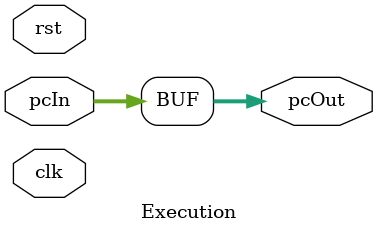
<source format=v>
module Execution(
    input clk, rst,
    input [31:0] pcIn,
    output [31:0] pcOut
);
    assign pcOut = pcIn;
endmodule

</source>
